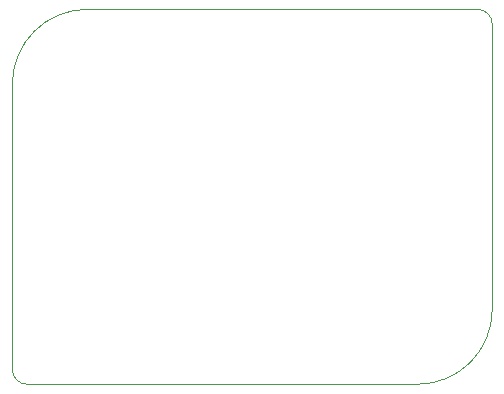
<source format=gbr>
G04 #@! TF.GenerationSoftware,KiCad,Pcbnew,(5.1.2)-2*
G04 #@! TF.CreationDate,2019-11-17T20:51:39-03:00*
G04 #@! TF.ProjectId,circuit,63697263-7569-4742-9e6b-696361645f70,rev?*
G04 #@! TF.SameCoordinates,Original*
G04 #@! TF.FileFunction,Profile,NP*
%FSLAX46Y46*%
G04 Gerber Fmt 4.6, Leading zero omitted, Abs format (unit mm)*
G04 Created by KiCad (PCBNEW (5.1.2)-2) date 2019-11-17 20:51:39*
%MOMM*%
%LPD*%
G04 APERTURE LIST*
%ADD10C,0.050000*%
G04 APERTURE END LIST*
D10*
X139700000Y-63500000D02*
G75*
G02X146050000Y-57150000I6350000J0D01*
G01*
X180340000Y-82550000D02*
G75*
G02X173990000Y-88900000I-6350000J0D01*
G01*
X180340000Y-58420000D02*
X180340000Y-82550000D01*
X179070000Y-57150000D02*
G75*
G02X180340000Y-58420000I0J-1270000D01*
G01*
X140970000Y-88900000D02*
G75*
G02X139700000Y-87630000I0J1270000D01*
G01*
X139700000Y-63500000D02*
X139700000Y-87630000D01*
X179070000Y-57150000D02*
X146050000Y-57150000D01*
X140970000Y-88900000D02*
X173990000Y-88900000D01*
M02*

</source>
